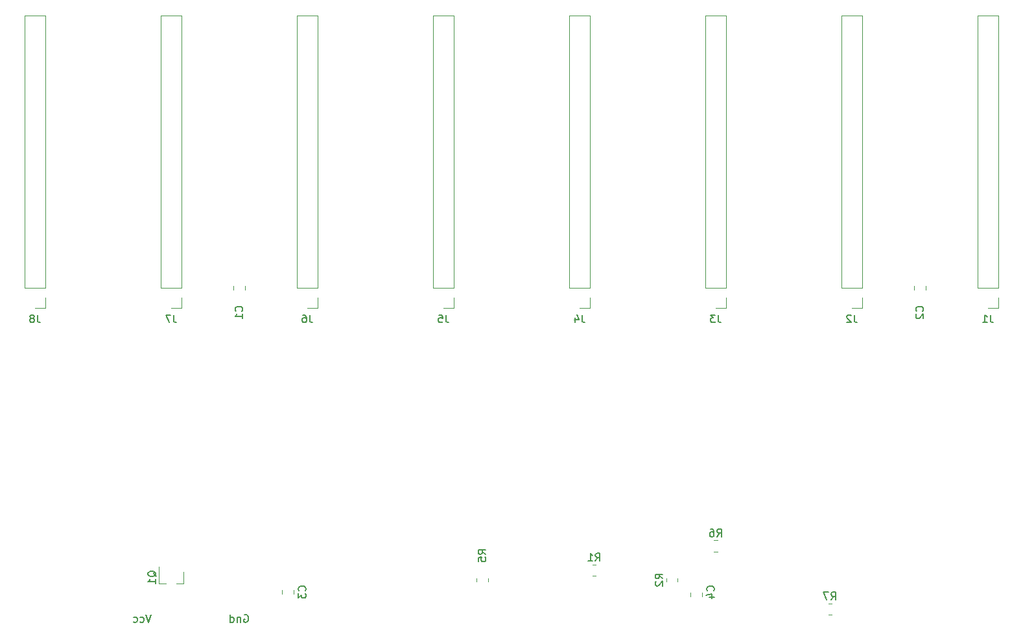
<source format=gbr>
%TF.GenerationSoftware,KiCad,Pcbnew,(5.1.8)-1*%
%TF.CreationDate,2025-08-13T23:43:51+03:00*%
%TF.ProjectId,Regs-v6,52656773-2d76-4362-9e6b-696361645f70,rev?*%
%TF.SameCoordinates,Original*%
%TF.FileFunction,Legend,Bot*%
%TF.FilePolarity,Positive*%
%FSLAX46Y46*%
G04 Gerber Fmt 4.6, Leading zero omitted, Abs format (unit mm)*
G04 Created by KiCad (PCBNEW (5.1.8)-1) date 2025-08-13 23:43:51*
%MOMM*%
%LPD*%
G01*
G04 APERTURE LIST*
%ADD10C,0.150000*%
%ADD11C,0.120000*%
G04 APERTURE END LIST*
D10*
X31670476Y-103592380D02*
X31337142Y-104592380D01*
X31003809Y-103592380D01*
X30241904Y-104544761D02*
X30337142Y-104592380D01*
X30527619Y-104592380D01*
X30622857Y-104544761D01*
X30670476Y-104497142D01*
X30718095Y-104401904D01*
X30718095Y-104116190D01*
X30670476Y-104020952D01*
X30622857Y-103973333D01*
X30527619Y-103925714D01*
X30337142Y-103925714D01*
X30241904Y-103973333D01*
X29384761Y-104544761D02*
X29480000Y-104592380D01*
X29670476Y-104592380D01*
X29765714Y-104544761D01*
X29813333Y-104497142D01*
X29860952Y-104401904D01*
X29860952Y-104116190D01*
X29813333Y-104020952D01*
X29765714Y-103973333D01*
X29670476Y-103925714D01*
X29480000Y-103925714D01*
X29384761Y-103973333D01*
X43822857Y-103640000D02*
X43918095Y-103592380D01*
X44060952Y-103592380D01*
X44203809Y-103640000D01*
X44299047Y-103735238D01*
X44346666Y-103830476D01*
X44394285Y-104020952D01*
X44394285Y-104163809D01*
X44346666Y-104354285D01*
X44299047Y-104449523D01*
X44203809Y-104544761D01*
X44060952Y-104592380D01*
X43965714Y-104592380D01*
X43822857Y-104544761D01*
X43775238Y-104497142D01*
X43775238Y-104163809D01*
X43965714Y-104163809D01*
X43346666Y-103925714D02*
X43346666Y-104592380D01*
X43346666Y-104020952D02*
X43299047Y-103973333D01*
X43203809Y-103925714D01*
X43060952Y-103925714D01*
X42965714Y-103973333D01*
X42918095Y-104068571D01*
X42918095Y-104592380D01*
X42013333Y-104592380D02*
X42013333Y-103592380D01*
X42013333Y-104544761D02*
X42108571Y-104592380D01*
X42299047Y-104592380D01*
X42394285Y-104544761D01*
X42441904Y-104497142D01*
X42489523Y-104401904D01*
X42489523Y-104116190D01*
X42441904Y-104020952D01*
X42394285Y-103973333D01*
X42299047Y-103925714D01*
X42108571Y-103925714D01*
X42013333Y-103973333D01*
D11*
%TO.C,R2*%
X100430000Y-98832936D02*
X100430000Y-99287064D01*
X98960000Y-98832936D02*
X98960000Y-99287064D01*
%TO.C,R1*%
X89762064Y-98525000D02*
X89307936Y-98525000D01*
X89762064Y-97055000D02*
X89307936Y-97055000D01*
%TO.C,J8*%
X15180000Y-60960000D02*
X17840000Y-60960000D01*
X15180000Y-60960000D02*
X15180000Y-25340000D01*
X15180000Y-25340000D02*
X17840000Y-25340000D01*
X17840000Y-60960000D02*
X17840000Y-25340000D01*
X17840000Y-63560000D02*
X17840000Y-62230000D01*
X16510000Y-63560000D02*
X17840000Y-63560000D01*
%TO.C,J7*%
X32960000Y-60960000D02*
X35620000Y-60960000D01*
X32960000Y-60960000D02*
X32960000Y-25340000D01*
X32960000Y-25340000D02*
X35620000Y-25340000D01*
X35620000Y-60960000D02*
X35620000Y-25340000D01*
X35620000Y-63560000D02*
X35620000Y-62230000D01*
X34290000Y-63560000D02*
X35620000Y-63560000D01*
%TO.C,J6*%
X50740000Y-60960000D02*
X53400000Y-60960000D01*
X50740000Y-60960000D02*
X50740000Y-25340000D01*
X50740000Y-25340000D02*
X53400000Y-25340000D01*
X53400000Y-60960000D02*
X53400000Y-25340000D01*
X53400000Y-63560000D02*
X53400000Y-62230000D01*
X52070000Y-63560000D02*
X53400000Y-63560000D01*
%TO.C,J5*%
X68520000Y-60960000D02*
X71180000Y-60960000D01*
X68520000Y-60960000D02*
X68520000Y-25340000D01*
X68520000Y-25340000D02*
X71180000Y-25340000D01*
X71180000Y-60960000D02*
X71180000Y-25340000D01*
X71180000Y-63560000D02*
X71180000Y-62230000D01*
X69850000Y-63560000D02*
X71180000Y-63560000D01*
%TO.C,J4*%
X87630000Y-63560000D02*
X88960000Y-63560000D01*
X88960000Y-63560000D02*
X88960000Y-62230000D01*
X88960000Y-60960000D02*
X88960000Y-25340000D01*
X86300000Y-25340000D02*
X88960000Y-25340000D01*
X86300000Y-60960000D02*
X86300000Y-25340000D01*
X86300000Y-60960000D02*
X88960000Y-60960000D01*
%TO.C,J3*%
X105410000Y-63560000D02*
X106740000Y-63560000D01*
X106740000Y-63560000D02*
X106740000Y-62230000D01*
X106740000Y-60960000D02*
X106740000Y-25340000D01*
X104080000Y-25340000D02*
X106740000Y-25340000D01*
X104080000Y-60960000D02*
X104080000Y-25340000D01*
X104080000Y-60960000D02*
X106740000Y-60960000D01*
%TO.C,J2*%
X123190000Y-63560000D02*
X124520000Y-63560000D01*
X124520000Y-63560000D02*
X124520000Y-62230000D01*
X124520000Y-60960000D02*
X124520000Y-25340000D01*
X121860000Y-25340000D02*
X124520000Y-25340000D01*
X121860000Y-60960000D02*
X121860000Y-25340000D01*
X121860000Y-60960000D02*
X124520000Y-60960000D01*
%TO.C,J1*%
X139640000Y-60960000D02*
X142300000Y-60960000D01*
X139640000Y-60960000D02*
X139640000Y-25340000D01*
X139640000Y-25340000D02*
X142300000Y-25340000D01*
X142300000Y-60960000D02*
X142300000Y-25340000D01*
X142300000Y-63560000D02*
X142300000Y-62230000D01*
X140970000Y-63560000D02*
X142300000Y-63560000D01*
%TO.C,R5*%
X74195000Y-99287064D02*
X74195000Y-98832936D01*
X75665000Y-99287064D02*
X75665000Y-98832936D01*
%TO.C,R7*%
X120559564Y-103605000D02*
X120105436Y-103605000D01*
X120559564Y-102135000D02*
X120105436Y-102135000D01*
%TO.C,Q1*%
X35870000Y-99502500D02*
X35870000Y-98042500D01*
X32710000Y-99502500D02*
X32710000Y-97342500D01*
X32710000Y-99502500D02*
X33640000Y-99502500D01*
X35870000Y-99502500D02*
X34940000Y-99502500D01*
%TO.C,C4*%
X103605000Y-100703748D02*
X103605000Y-101226252D01*
X102135000Y-100703748D02*
X102135000Y-101226252D01*
%TO.C,C3*%
X50265000Y-100386248D02*
X50265000Y-100908752D01*
X48795000Y-100386248D02*
X48795000Y-100908752D01*
%TO.C,C2*%
X132815000Y-60698748D02*
X132815000Y-61221252D01*
X131345000Y-60698748D02*
X131345000Y-61221252D01*
%TO.C,C1*%
X43915000Y-60698748D02*
X43915000Y-61221252D01*
X42445000Y-60698748D02*
X42445000Y-61221252D01*
%TO.C,R6*%
X105637064Y-95350000D02*
X105182936Y-95350000D01*
X105637064Y-93880000D02*
X105182936Y-93880000D01*
%TO.C,R2*%
D10*
X98497380Y-98893333D02*
X98021190Y-98560000D01*
X98497380Y-98321904D02*
X97497380Y-98321904D01*
X97497380Y-98702857D01*
X97545000Y-98798095D01*
X97592619Y-98845714D01*
X97687857Y-98893333D01*
X97830714Y-98893333D01*
X97925952Y-98845714D01*
X97973571Y-98798095D01*
X98021190Y-98702857D01*
X98021190Y-98321904D01*
X97592619Y-99274285D02*
X97545000Y-99321904D01*
X97497380Y-99417142D01*
X97497380Y-99655238D01*
X97545000Y-99750476D01*
X97592619Y-99798095D01*
X97687857Y-99845714D01*
X97783095Y-99845714D01*
X97925952Y-99798095D01*
X98497380Y-99226666D01*
X98497380Y-99845714D01*
%TO.C,R1*%
X89701666Y-96592380D02*
X90035000Y-96116190D01*
X90273095Y-96592380D02*
X90273095Y-95592380D01*
X89892142Y-95592380D01*
X89796904Y-95640000D01*
X89749285Y-95687619D01*
X89701666Y-95782857D01*
X89701666Y-95925714D01*
X89749285Y-96020952D01*
X89796904Y-96068571D01*
X89892142Y-96116190D01*
X90273095Y-96116190D01*
X88749285Y-96592380D02*
X89320714Y-96592380D01*
X89035000Y-96592380D02*
X89035000Y-95592380D01*
X89130238Y-95735238D01*
X89225476Y-95830476D01*
X89320714Y-95878095D01*
%TO.C,J8*%
X16843333Y-64452380D02*
X16843333Y-65166666D01*
X16890952Y-65309523D01*
X16986190Y-65404761D01*
X17129047Y-65452380D01*
X17224285Y-65452380D01*
X16224285Y-64880952D02*
X16319523Y-64833333D01*
X16367142Y-64785714D01*
X16414761Y-64690476D01*
X16414761Y-64642857D01*
X16367142Y-64547619D01*
X16319523Y-64500000D01*
X16224285Y-64452380D01*
X16033809Y-64452380D01*
X15938571Y-64500000D01*
X15890952Y-64547619D01*
X15843333Y-64642857D01*
X15843333Y-64690476D01*
X15890952Y-64785714D01*
X15938571Y-64833333D01*
X16033809Y-64880952D01*
X16224285Y-64880952D01*
X16319523Y-64928571D01*
X16367142Y-64976190D01*
X16414761Y-65071428D01*
X16414761Y-65261904D01*
X16367142Y-65357142D01*
X16319523Y-65404761D01*
X16224285Y-65452380D01*
X16033809Y-65452380D01*
X15938571Y-65404761D01*
X15890952Y-65357142D01*
X15843333Y-65261904D01*
X15843333Y-65071428D01*
X15890952Y-64976190D01*
X15938571Y-64928571D01*
X16033809Y-64880952D01*
%TO.C,J7*%
X34623333Y-64452380D02*
X34623333Y-65166666D01*
X34670952Y-65309523D01*
X34766190Y-65404761D01*
X34909047Y-65452380D01*
X35004285Y-65452380D01*
X34242380Y-64452380D02*
X33575714Y-64452380D01*
X34004285Y-65452380D01*
%TO.C,J6*%
X52403333Y-64452380D02*
X52403333Y-65166666D01*
X52450952Y-65309523D01*
X52546190Y-65404761D01*
X52689047Y-65452380D01*
X52784285Y-65452380D01*
X51498571Y-64452380D02*
X51689047Y-64452380D01*
X51784285Y-64500000D01*
X51831904Y-64547619D01*
X51927142Y-64690476D01*
X51974761Y-64880952D01*
X51974761Y-65261904D01*
X51927142Y-65357142D01*
X51879523Y-65404761D01*
X51784285Y-65452380D01*
X51593809Y-65452380D01*
X51498571Y-65404761D01*
X51450952Y-65357142D01*
X51403333Y-65261904D01*
X51403333Y-65023809D01*
X51450952Y-64928571D01*
X51498571Y-64880952D01*
X51593809Y-64833333D01*
X51784285Y-64833333D01*
X51879523Y-64880952D01*
X51927142Y-64928571D01*
X51974761Y-65023809D01*
%TO.C,J5*%
X70183333Y-64452380D02*
X70183333Y-65166666D01*
X70230952Y-65309523D01*
X70326190Y-65404761D01*
X70469047Y-65452380D01*
X70564285Y-65452380D01*
X69230952Y-64452380D02*
X69707142Y-64452380D01*
X69754761Y-64928571D01*
X69707142Y-64880952D01*
X69611904Y-64833333D01*
X69373809Y-64833333D01*
X69278571Y-64880952D01*
X69230952Y-64928571D01*
X69183333Y-65023809D01*
X69183333Y-65261904D01*
X69230952Y-65357142D01*
X69278571Y-65404761D01*
X69373809Y-65452380D01*
X69611904Y-65452380D01*
X69707142Y-65404761D01*
X69754761Y-65357142D01*
%TO.C,J4*%
X87963333Y-64452380D02*
X87963333Y-65166666D01*
X88010952Y-65309523D01*
X88106190Y-65404761D01*
X88249047Y-65452380D01*
X88344285Y-65452380D01*
X87058571Y-64785714D02*
X87058571Y-65452380D01*
X87296666Y-64404761D02*
X87534761Y-65119047D01*
X86915714Y-65119047D01*
%TO.C,J3*%
X105743333Y-64452380D02*
X105743333Y-65166666D01*
X105790952Y-65309523D01*
X105886190Y-65404761D01*
X106029047Y-65452380D01*
X106124285Y-65452380D01*
X105362380Y-64452380D02*
X104743333Y-64452380D01*
X105076666Y-64833333D01*
X104933809Y-64833333D01*
X104838571Y-64880952D01*
X104790952Y-64928571D01*
X104743333Y-65023809D01*
X104743333Y-65261904D01*
X104790952Y-65357142D01*
X104838571Y-65404761D01*
X104933809Y-65452380D01*
X105219523Y-65452380D01*
X105314761Y-65404761D01*
X105362380Y-65357142D01*
%TO.C,J2*%
X123523333Y-64452380D02*
X123523333Y-65166666D01*
X123570952Y-65309523D01*
X123666190Y-65404761D01*
X123809047Y-65452380D01*
X123904285Y-65452380D01*
X123094761Y-64547619D02*
X123047142Y-64500000D01*
X122951904Y-64452380D01*
X122713809Y-64452380D01*
X122618571Y-64500000D01*
X122570952Y-64547619D01*
X122523333Y-64642857D01*
X122523333Y-64738095D01*
X122570952Y-64880952D01*
X123142380Y-65452380D01*
X122523333Y-65452380D01*
%TO.C,J1*%
X141303333Y-64452380D02*
X141303333Y-65166666D01*
X141350952Y-65309523D01*
X141446190Y-65404761D01*
X141589047Y-65452380D01*
X141684285Y-65452380D01*
X140303333Y-65452380D02*
X140874761Y-65452380D01*
X140589047Y-65452380D02*
X140589047Y-64452380D01*
X140684285Y-64595238D01*
X140779523Y-64690476D01*
X140874761Y-64738095D01*
%TO.C,R5*%
X75382380Y-95718333D02*
X74906190Y-95385000D01*
X75382380Y-95146904D02*
X74382380Y-95146904D01*
X74382380Y-95527857D01*
X74430000Y-95623095D01*
X74477619Y-95670714D01*
X74572857Y-95718333D01*
X74715714Y-95718333D01*
X74810952Y-95670714D01*
X74858571Y-95623095D01*
X74906190Y-95527857D01*
X74906190Y-95146904D01*
X74382380Y-96623095D02*
X74382380Y-96146904D01*
X74858571Y-96099285D01*
X74810952Y-96146904D01*
X74763333Y-96242142D01*
X74763333Y-96480238D01*
X74810952Y-96575476D01*
X74858571Y-96623095D01*
X74953809Y-96670714D01*
X75191904Y-96670714D01*
X75287142Y-96623095D01*
X75334761Y-96575476D01*
X75382380Y-96480238D01*
X75382380Y-96242142D01*
X75334761Y-96146904D01*
X75287142Y-96099285D01*
%TO.C,R7*%
X120499166Y-101672380D02*
X120832500Y-101196190D01*
X121070595Y-101672380D02*
X121070595Y-100672380D01*
X120689642Y-100672380D01*
X120594404Y-100720000D01*
X120546785Y-100767619D01*
X120499166Y-100862857D01*
X120499166Y-101005714D01*
X120546785Y-101100952D01*
X120594404Y-101148571D01*
X120689642Y-101196190D01*
X121070595Y-101196190D01*
X120165833Y-100672380D02*
X119499166Y-100672380D01*
X119927738Y-101672380D01*
%TO.C,Q1*%
X32337619Y-98647261D02*
X32290000Y-98552023D01*
X32194761Y-98456785D01*
X32051904Y-98313928D01*
X32004285Y-98218690D01*
X32004285Y-98123452D01*
X32242380Y-98171071D02*
X32194761Y-98075833D01*
X32099523Y-97980595D01*
X31909047Y-97932976D01*
X31575714Y-97932976D01*
X31385238Y-97980595D01*
X31290000Y-98075833D01*
X31242380Y-98171071D01*
X31242380Y-98361547D01*
X31290000Y-98456785D01*
X31385238Y-98552023D01*
X31575714Y-98599642D01*
X31909047Y-98599642D01*
X32099523Y-98552023D01*
X32194761Y-98456785D01*
X32242380Y-98361547D01*
X32242380Y-98171071D01*
X32242380Y-99552023D02*
X32242380Y-98980595D01*
X32242380Y-99266309D02*
X31242380Y-99266309D01*
X31385238Y-99171071D01*
X31480476Y-99075833D01*
X31528095Y-98980595D01*
%TO.C,C4*%
X105132142Y-100480833D02*
X105179761Y-100433214D01*
X105227380Y-100290357D01*
X105227380Y-100195119D01*
X105179761Y-100052261D01*
X105084523Y-99957023D01*
X104989285Y-99909404D01*
X104798809Y-99861785D01*
X104655952Y-99861785D01*
X104465476Y-99909404D01*
X104370238Y-99957023D01*
X104275000Y-100052261D01*
X104227380Y-100195119D01*
X104227380Y-100290357D01*
X104275000Y-100433214D01*
X104322619Y-100480833D01*
X104560714Y-101337976D02*
X105227380Y-101337976D01*
X104179761Y-101099880D02*
X104894047Y-100861785D01*
X104894047Y-101480833D01*
%TO.C,C3*%
X51792142Y-100480833D02*
X51839761Y-100433214D01*
X51887380Y-100290357D01*
X51887380Y-100195119D01*
X51839761Y-100052261D01*
X51744523Y-99957023D01*
X51649285Y-99909404D01*
X51458809Y-99861785D01*
X51315952Y-99861785D01*
X51125476Y-99909404D01*
X51030238Y-99957023D01*
X50935000Y-100052261D01*
X50887380Y-100195119D01*
X50887380Y-100290357D01*
X50935000Y-100433214D01*
X50982619Y-100480833D01*
X50887380Y-100814166D02*
X50887380Y-101433214D01*
X51268333Y-101099880D01*
X51268333Y-101242738D01*
X51315952Y-101337976D01*
X51363571Y-101385595D01*
X51458809Y-101433214D01*
X51696904Y-101433214D01*
X51792142Y-101385595D01*
X51839761Y-101337976D01*
X51887380Y-101242738D01*
X51887380Y-100957023D01*
X51839761Y-100861785D01*
X51792142Y-100814166D01*
%TO.C,C2*%
X132437142Y-63968333D02*
X132484761Y-63920714D01*
X132532380Y-63777857D01*
X132532380Y-63682619D01*
X132484761Y-63539761D01*
X132389523Y-63444523D01*
X132294285Y-63396904D01*
X132103809Y-63349285D01*
X131960952Y-63349285D01*
X131770476Y-63396904D01*
X131675238Y-63444523D01*
X131580000Y-63539761D01*
X131532380Y-63682619D01*
X131532380Y-63777857D01*
X131580000Y-63920714D01*
X131627619Y-63968333D01*
X131627619Y-64349285D02*
X131580000Y-64396904D01*
X131532380Y-64492142D01*
X131532380Y-64730238D01*
X131580000Y-64825476D01*
X131627619Y-64873095D01*
X131722857Y-64920714D01*
X131818095Y-64920714D01*
X131960952Y-64873095D01*
X132532380Y-64301666D01*
X132532380Y-64920714D01*
%TO.C,C1*%
X43537142Y-63968333D02*
X43584761Y-63920714D01*
X43632380Y-63777857D01*
X43632380Y-63682619D01*
X43584761Y-63539761D01*
X43489523Y-63444523D01*
X43394285Y-63396904D01*
X43203809Y-63349285D01*
X43060952Y-63349285D01*
X42870476Y-63396904D01*
X42775238Y-63444523D01*
X42680000Y-63539761D01*
X42632380Y-63682619D01*
X42632380Y-63777857D01*
X42680000Y-63920714D01*
X42727619Y-63968333D01*
X43632380Y-64920714D02*
X43632380Y-64349285D01*
X43632380Y-64635000D02*
X42632380Y-64635000D01*
X42775238Y-64539761D01*
X42870476Y-64444523D01*
X42918095Y-64349285D01*
%TO.C,R6*%
X105576666Y-93417380D02*
X105910000Y-92941190D01*
X106148095Y-93417380D02*
X106148095Y-92417380D01*
X105767142Y-92417380D01*
X105671904Y-92465000D01*
X105624285Y-92512619D01*
X105576666Y-92607857D01*
X105576666Y-92750714D01*
X105624285Y-92845952D01*
X105671904Y-92893571D01*
X105767142Y-92941190D01*
X106148095Y-92941190D01*
X104719523Y-92417380D02*
X104910000Y-92417380D01*
X105005238Y-92465000D01*
X105052857Y-92512619D01*
X105148095Y-92655476D01*
X105195714Y-92845952D01*
X105195714Y-93226904D01*
X105148095Y-93322142D01*
X105100476Y-93369761D01*
X105005238Y-93417380D01*
X104814761Y-93417380D01*
X104719523Y-93369761D01*
X104671904Y-93322142D01*
X104624285Y-93226904D01*
X104624285Y-92988809D01*
X104671904Y-92893571D01*
X104719523Y-92845952D01*
X104814761Y-92798333D01*
X105005238Y-92798333D01*
X105100476Y-92845952D01*
X105148095Y-92893571D01*
X105195714Y-92988809D01*
%TD*%
M02*

</source>
